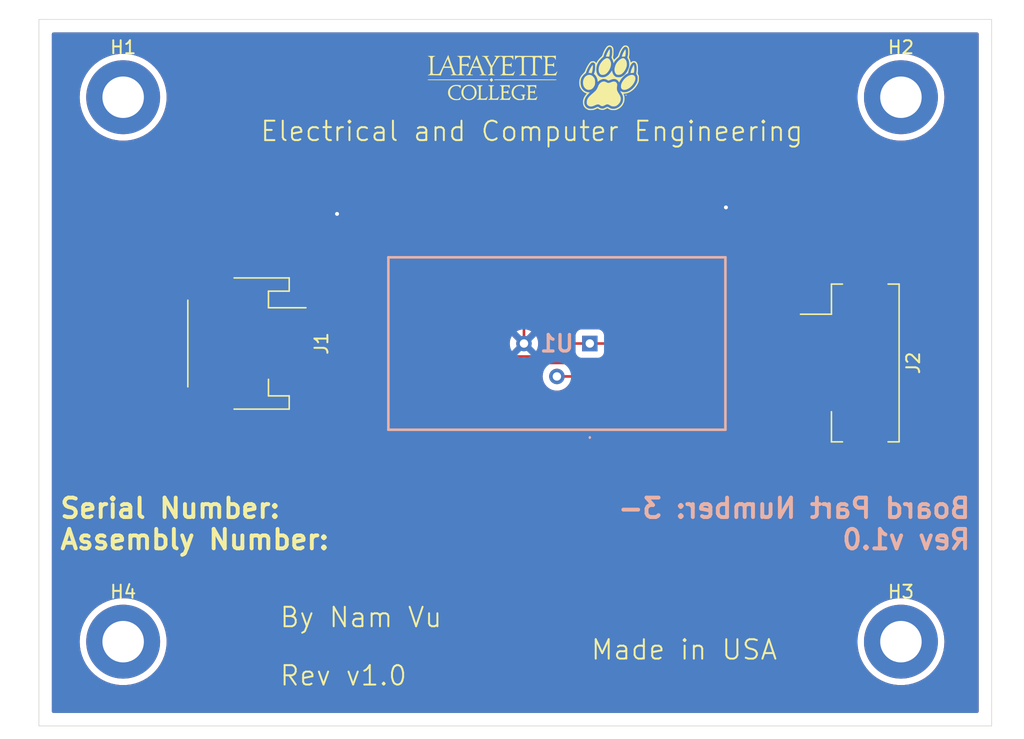
<source format=kicad_pcb>
(kicad_pcb (version 20240108) (generator "pcbnew") (generator_version "8.0")
  (title_block (title "PIR-Ultrasonic") (date "2025-02-05"))
  (layers (0 "F.Cu" signal) (31 "B.Cu" signal) (34 "B.Paste" user) (35 "F.Paste" user) (36 "B.SilkS" user "B.Silkscreen") (37 "F.SilkS" user "F.Silkscreen") (38 "B.Mask" user) (39 "F.Mask" user) (44 "Edge.Cuts" user))
  (net 0 "")
  (net 1 "/GND")
  (net 2 "/3.3V")
  (net 3 "/UltAnalog")
  (net 4 "/PIRout")
  (footprint "MountingHole:MountingHole_3.2mm_M3_ISO7380_Pad" (layer "F.Cu") (at 133 131.5)
    (property "Reference" "H4" (at 0 -3.85 0) (layer "F.SilkS"))
    (property "Value" "MountingHole")
    (pad "1" thru_hole circle (at 0 0) (size 5.7 5.7) (drill 3.2) (layers "*.Cu" "*.Mask"))
  )
  (footprint "Connector_JST:JST_PH_S3B-PH-SM4-TB_1x03-1MP_P2.00mm_Horizontal" (layer "F.Cu") (at 142.5 108.5 -90)
    (property "Reference" "J1" (at 0 -5.8 90) (layer "F.SilkS"))
    (property "Value" "Conn_01x03")
    (pad "1" smd roundrect (at -2 -2.85 270) (size 1 3.5) (layers "F.Cu" "F.Paste" "F.Mask") (net 1 "/GND"))
    (pad "2" smd roundrect (at 0 -2.85 270) (size 1 3.5) (layers "F.Cu" "F.Paste" "F.Mask") (net 2 "/3.3V"))
    (pad "3" smd roundrect (at 2 -2.85 270) (size 1 3.5) (layers "F.Cu" "F.Paste" "F.Mask") (net 3 "/UltAnalog"))
    (pad "MP" smd roundrect (at -4.35 2.9 270) (size 1.5 3.4) (layers "F.Cu" "F.Paste" "F.Mask") (roundrect_rratio 0.166667))
    (pad "MP" smd roundrect (at 4.35 2.9 270) (size 1.5 3.4) (layers "F.Cu" "F.Paste" "F.Mask") (roundrect_rratio 0.166667))
  )
  (footprint "Connector_JST:JST_PH_B4B-PH-SM4-TB_1x04-1MP_P2.00mm_Vertical" (layer "F.Cu") (at 188.5 110 -90)
    (property "Reference" "J2" (at 0 -5.45 90) (layer "F.SilkS"))
    (property "Value" "JST B4B-PH-SM4-TB")
    (pad "1" smd roundrect (at -3 0.5 270) (size 1 5.5) (layers "F.Cu" "F.Paste" "F.Mask") (net 1 "/GND"))
    (pad "2" smd roundrect (at -1 0.5 270) (size 1 5.5) (layers "F.Cu" "F.Paste" "F.Mask") (net 2 "/3.3V"))
    (pad "3" smd roundrect (at 1 0.5 270) (size 1 5.5) (layers "F.Cu" "F.Paste" "F.Mask") (net 3 "/UltAnalog"))
    (pad "4" smd roundrect (at 3 0.5 270) (size 1 5.5) (layers "F.Cu" "F.Paste" "F.Mask") (net 4 "/PIRout"))
    (pad "MP" smd roundrect (at -5.4 -1.75 270) (size 1.6 3) (layers "F.Cu" "F.Paste" "F.Mask") (roundrect_rratio 0.15625))
    (pad "MP" smd roundrect (at 5.4 -1.75 270) (size 1.6 3) (layers "F.Cu" "F.Paste" "F.Mask") (roundrect_rratio 0.15625))
  )
  (footprint "MountingHole:MountingHole_3.2mm_M3_ISO7380_Pad" (layer "F.Cu") (at 193 131.5)
    (property "Reference" "H3" (at 0 -3.85 0) (layer "F.SilkS"))
    (property "Value" "MountingHole")
    (pad "1" thru_hole circle (at 0 0) (size 5.7 5.7) (drill 3.2) (layers "*.Cu" "*.Mask"))
  )
  (footprint "Footprints:LeopardPawFootprint" (layer "F.Cu") (at 170.5 88)
    (property "Reference" "G***" (hide yes))
    (property "Value" "LOGO" (hide yes))
  )
  (footprint "MountingHole:MountingHole_3.2mm_M3_ISO7380_Pad" (layer "F.Cu") (at 193 89.5)
    (property "Reference" "H2" (at 0 -3.85 0) (layer "F.SilkS"))
    (property "Value" "MountingHole")
    (pad "1" thru_hole circle (at 0 0) (size 5.7 5.7) (drill 3.2) (layers "*.Cu" "*.Mask"))
  )
  (footprint "LOGO" (layer "F.Cu") (at 161.5 88)
    (property "Reference" "G***" (hide yes))
    (property "Value" "LOGO" (hide yes))
  )
  (footprint "MountingHole:MountingHole_3.2mm_M3_ISO7380_Pad" (layer "F.Cu") (at 133 89.5)
    (property "Reference" "H1" (at 0 -3.85 0) (layer "F.SilkS"))
    (property "Value" "MountingHole")
    (pad "1" thru_hole circle (at 0 0) (size 5.7 5.7) (drill 3.2) (layers "*.Cu" "*.Mask"))
  )
  (footprint "EKMC1605113:EKMC1605113" (layer "B.Cu") (at 169 108.5)
    (property "Reference" "U1" (at -2.54 0 0) (layer "B.SilkS") (effects (font (size 1.27 1.27) (thickness 0.254)) (justify mirror)))
    (property "Value" "EKMC1605113" (hide yes))
    (pad "1" thru_hole rect (at 0 0) (size 1.192 1.192) (drill 0.65) (layers "*.Cu" "*.Mask") (net 2 "/3.3V"))
    (pad "2" thru_hole circle (at -2.54 2.54) (size 1.192 1.192) (drill 0.65) (layers "*.Cu" "*.Mask") (net 4 "/PIRout"))
    (pad "3" thru_hole circle (at -5.08 0) (size 1.192 1.192) (drill 0.65) (layers "*.Cu" "*.Mask") (net 1 "/GND"))
  )
  (gr_rect (start 126.5 83.5) (end 200 138) (stroke (width 0.05)) (fill none) (layer "Edge.Cuts"))
  (gr_text "Board Part Number: 3-\nRev v1.0" (at 198.5 124.5 0) (layer "B.SilkS") (effects (font (size 1.5 1.5) (thickness 0.3) (bold yes)) (justify left bottom mirror)))
  (gr_text "Rev v1.0" (at 145 135 0) (layer "F.SilkS") (effects (font (size 1.5 1.5)) (justify left bottom)))
  (gr_text "By Nam Vu" (at 145 130.5 0) (layer "F.SilkS") (effects (font (size 1.5 1.5)) (justify left bottom)))
  (gr_text "Serial Number:\nAssembly Number:" (at 128 124.5 0) (layer "F.SilkS") (effects (font (size 1.5 1.5) (thickness 0.3) (bold yes)) (justify left bottom)))
  (gr_text "Made in USA" (at 169 133 0) (layer "F.SilkS") (effects (font (size 1.5 1.5)) (justify left bottom)))
  (gr_text "Electrical and Computer Engineering" (at 143.5 93 0) (layer "F.SilkS") (effects (font (size 1.5 1.5)) (justify left bottom)))
  (segment (start 182 106) (end 183 107) (width 0.2) (layer "F.Cu") (net 1))
  (segment (start 149.5 106.5) (end 150 106) (width 0.2) (layer "F.Cu") (net 1))
  (segment (start 150 106) (end 164.5 106) (width 0.2) (layer "F.Cu") (net 1))
  (segment (start 183 107) (end 188 107) (width 0.2) (layer "F.Cu") (net 1))
  (segment (start 164.5 106) (end 182 106) (width 0.2) (layer "F.Cu") (net 1))
  (segment (start 163.92 108.5) (end 163.92 106.58) (width 0.2) (layer "F.Cu") (net 1))
  (segment (start 145.35 106.5) (end 149.5 106.5) (width 0.2) (layer "F.Cu") (net 1))
  (segment (start 163.92 106.58) (end 164.5 106) (width 0.2) (layer "F.Cu") (net 1))
  (via (at 179.5 98) (size 0.6) (drill 0.3) (layers "F.Cu" "B.Cu") (net 1))
  (via (at 149.5 98.5) (size 0.6) (drill 0.3) (layers "F.Cu" "B.Cu") (net 1))
  (segment (start 160 108.5) (end 161 109.5) (width 0.2) (layer "F.Cu") (net 2))
  (segment (start 167.5 108.5) (end 169 108.5) (width 0.2) (layer "F.Cu") (net 2))
  (segment (start 169 108.5) (end 182 108.5) (width 0.2) (layer "F.Cu") (net 2))
  (segment (start 182.5 109) (end 188 109) (width 0.2) (layer "F.Cu") (net 2))
  (segment (start 161 109.5) (end 166.5 109.5) (width 0.2) (layer "F.Cu") (net 2))
  (segment (start 182 108.5) (end 182.5 109) (width 0.2) (layer "F.Cu") (net 2))
  (segment (start 145.35 108.5) (end 160 108.5) (width 0.2) (layer "F.Cu") (net 2))
  (segment (start 166.5 109.5) (end 167.5 108.5) (width 0.2) (layer "F.Cu") (net 2))
  (segment (start 182 110) (end 183 111) (width 0.2) (layer "F.Cu") (net 3))
  (segment (start 150 110) (end 182 110) (width 0.2) (layer "F.Cu") (net 3))
  (segment (start 183 111) (end 188 111) (width 0.2) (layer "F.Cu") (net 3))
  (segment (start 145.35 110.5) (end 149.5 110.5) (width 0.2) (layer "F.Cu") (net 3))
  (segment (start 149.5 110.5) (end 150 110) (width 0.2) (layer "F.Cu") (net 3))
  (segment (start 181.04 111.04) (end 183 113) (width 0.2) (layer "F.Cu") (net 4))
  (segment (start 166.46 111.04) (end 181.04 111.04) (width 0.2) (layer "F.Cu") (net 4))
  (segment (start 184.5 113) (end 188 113) (width 0.2) (layer "F.Cu") (net 4))
  (segment (start 184 113) (end 184.5 113) (width 0.2) (layer "F.Cu") (net 4))
  (segment (start 183 113) (end 188 113) (width 0.2) (layer "F.Cu") (net 4))
  (zone (net 1) (net_name "/GND") (layers "F&B.Cu") (connect_pads (clearance 0.5)) (min_thickness 0.25) (fill yes (thermal_gap 0.5) (thermal_bridge_width 0.5))
    (polygon (pts (xy 123.5 82) (xy 202.5 82) (xy 202.5 139) (xy 123.5 139)))
  )
)
</source>
